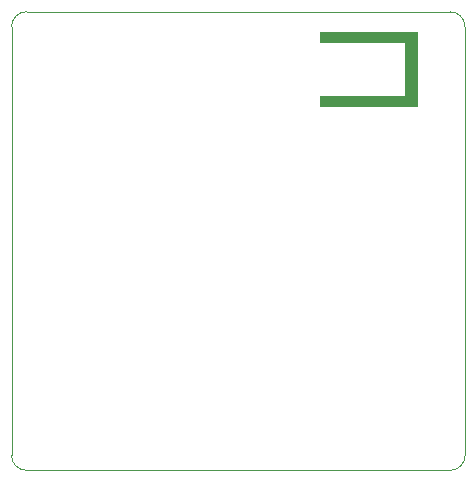
<source format=gbr>
%TF.GenerationSoftware,Altium Limited,Altium Designer,24.5.1 (21)*%
G04 Layer_Color=0*
%FSLAX45Y45*%
%MOMM*%
%TF.SameCoordinates,E68DD472-6E3C-4E28-875F-C7B5402E02A7*%
%TF.FilePolarity,Positive*%
%TF.FileFunction,Profile,NP*%
%TF.Part,Single*%
G01*
G75*
%TA.AperFunction,Profile*%
%ADD78C,0.02540*%
G36*
X15920000Y9400000D02*
X16639999D01*
Y9850000D01*
X15920000D01*
Y9940000D01*
X16750000D01*
Y9310000D01*
X15920000D01*
Y9400000D01*
D02*
G37*
D78*
X13310001Y6357000D02*
Y9986000D01*
D02*
G02*
X13437000Y10113000I127000J0D01*
G01*
X17023000D01*
D02*
G02*
X17150000Y9986000I0J-127000D01*
G01*
Y9930000D01*
X17150000Y6552250D01*
Y6357000D01*
D02*
G02*
X17023000Y6230000I-127000J-0D01*
G01*
X13437000D01*
D02*
G02*
X13310001Y6357000I0J127000D01*
G01*
%TF.MD5,8fb7a70aca304c1216168923cd082218*%
M02*

</source>
